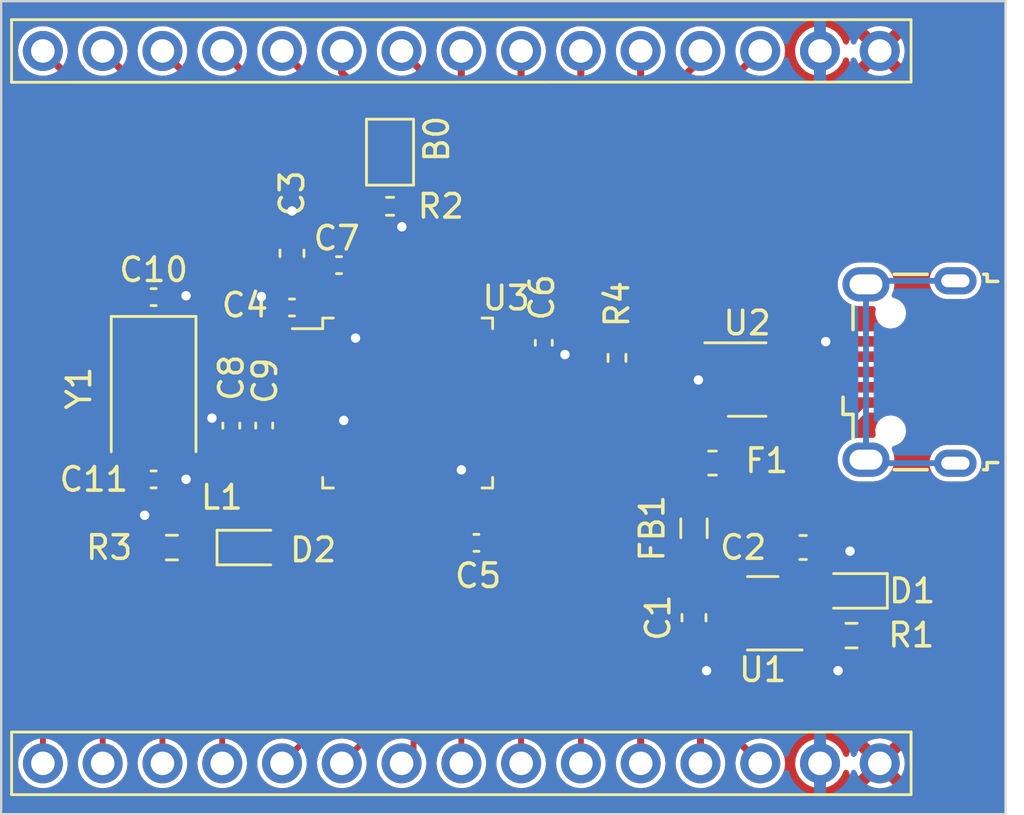
<source format=kicad_pcb>
(kicad_pcb (version 20211014) (generator pcbnew)
  (title_block (title "STM32F103") (rev "1.0") (company "Cristóbal Cuevas Lagos"))
  (layers (0 "F.Cu" signal) (31 "B.Cu" signal) (34 "B.Paste" user) (35 "F.Paste" user) (36 "B.SilkS" user "B.Silkscreen") (37 "F.SilkS" user "F.Silkscreen") (38 "B.Mask" user) (39 "F.Mask" user) (44 "Edge.Cuts" user))
  (net 0 "")
  (net 1 "VCC")
  (net 2 "GND")
  (net 3 "+3V3")
  (net 4 "+3.3VA")
  (net 5 "/HSE_OUT")
  (net 6 "/HSE_IN")
  (net 7 "/LED_GREEN")
  (net 8 "/LED_BLUE")
  (net 9 "/LED_STAT")
  (net 10 "+5V")
  (net 11 "USB_D-")
  (net 12 "USB_D+")
  (net 14 "unconnected-(J1-Pad6)")
  (net 15 "SWDIO")
  (net 16 "SWCLK")
  (net 17 "PA15")
  (net 18 "SW0")
  (net 19 "PB4")
  (net 20 "PB5")
  (net 21 "PB6")
  (net 22 "PB7")
  (net 23 "PB8")
  (net 24 "PB9")
  (net 25 "PC13")
  (net 26 "PC14")
  (net 27 "PC15")
  (net 28 "PA10")
  (net 29 "PA9")
  (net 30 "PA8")
  (net 31 "PB11")
  (net 32 "PB10")
  (net 33 "PB2")
  (net 34 "PB1")
  (net 35 "PB0")
  (net 36 "PA7")
  (net 37 "PA6")
  (net 38 "PA5")
  (net 39 "PA4")
  (net 40 "PA3")
  (net 41 "/BOOT0")
  (net 42 "USB_CONN_D-")
  (net 43 "USB_CONN_D+")
  (net 51 "Net-(F1-Pad2)")
  (footprint "Package_QFP:LQFP-48_7x7mm_P0.5mm" (layer "F.Cu") (at 138.066 100.0305)
    (fp_text reference "U3" (at 4.184 -4.4585) (layer "F.SilkS"))
    (fp_text value "STM32F103CBTx")
    (fp_line (start -3.61 -3.61) (end -3.61 -3.16) (layer "F.SilkS") (width 0.12))
    (fp_line (start -3.61 3.61) (end -3.61 3.16) (layer "F.SilkS") (width 0.12))
    (fp_line (start 3.61 -3.61) (end 3.61 -3.16) (layer "F.SilkS") (width 0.12))
    (fp_line (start -3.16 -3.61) (end -3.61 -3.61) (layer "F.SilkS") (width 0.12))
    (fp_line (start -3.16 3.61) (end -3.61 3.61) (layer "F.SilkS") (width 0.12))
    (fp_line (start 3.16 3.61) (end 3.61 3.61) (layer "F.SilkS") (width 0.12))
    (fp_line (start 3.16 -3.61) (end 3.61 -3.61) (layer "F.SilkS") (width 0.12))
    (fp_line (start 3.61 3.61) (end 3.61 3.16) (layer "F.SilkS") (width 0.12))
    (fp_line (start -3.61 -3.16) (end -4.9 -3.16) (layer "F.SilkS") (width 0.12))
    (pad "1" smd roundrect (at -4.1625 -2.75) (size 1.475 0.3) (layers "F.Cu" "F.Paste" "F.Mask") (net 3 "+3V3"))
    (pad "2" smd roundrect (at -4.1625 -2.25) (size 1.475 0.3) (layers "F.Cu" "F.Paste" "F.Mask") (net 25 "PC13"))
    (pad "3" smd roundrect (at -4.1625 -1.75) (size 1.475 0.3) (layers "F.Cu" "F.Paste" "F.Mask") (net 26 "PC14"))
    (pad "4" smd roundrect (at -4.1625 -1.25) (size 1.475 0.3) (layers "F.Cu" "F.Paste" "F.Mask") (net 27 "PC15"))
    (pad "5" smd roundrect (at -4.1625 -0.75) (size 1.475 0.3) (layers "F.Cu" "F.Paste" "F.Mask") (net 5 "/HSE_OUT"))
    (pad "6" smd roundrect (at -4.1625 -0.25) (size 1.475 0.3) (layers "F.Cu" "F.Paste" "F.Mask") (net 6 "/HSE_IN"))
    (pad "7" smd roundrect (at -4.1625 0.25) (size 1.475 0.3) (layers "F.Cu" "F.Paste" "F.Mask"))
    (pad "8" smd roundrect (at -4.1625 0.75) (size 1.475 0.3) (layers "F.Cu" "F.Paste" "F.Mask") (net 2 "GND"))
    (pad "9" smd roundrect (at -4.1625 1.25) (size 1.475 0.3) (layers "F.Cu" "F.Paste" "F.Mask") (net 4 "+3.3VA"))
    (pad "10" smd roundrect (at -4.1625 1.75) (size 1.475 0.3) (layers "F.Cu" "F.Paste" "F.Mask"))
    (pad "11" smd roundrect (at -4.1625 2.25) (size 1.475 0.3) (layers "F.Cu" "F.Paste" "F.Mask") (net 9 "/LED_STAT"))
    (pad "12" smd roundrect (at -4.1625 2.75) (size 1.475 0.3) (layers "F.Cu" "F.Paste" "F.Mask"))
    (pad "13" smd roundrect (at -2.75 4.1625) (size 0.3 1.475) (layers "F.Cu" "F.Paste" "F.Mask") (net 40 "PA3"))
    (pad "14" smd roundrect (at -2.25 4.1625) (size 0.3 1.475) (layers "F.Cu" "F.Paste" "F.Mask") (net 39 "PA4"))
    (pad "15" smd roundrect (at -1.75 4.1625) (size 0.3 1.475) (layers "F.Cu" "F.Paste" "F.Mask") (net 38 "PA5"))
    (pad "16" smd roundrect (at -1.25 4.1625) (size 0.3 1.475) (layers "F.Cu" "F.Paste" "F.Mask") (net 37 "PA6"))
    (pad "17" smd roundrect (at -0.75 4.1625) (size 0.3 1.475) (layers "F.Cu" "F.Paste" "F.Mask") (net 36 "PA7"))
    (pad "18" smd roundrect (at -0.25 4.1625) (size 0.3 1.475) (layers "F.Cu" "F.Paste" "F.Mask") (net 35 "PB0"))
    (pad "19" smd roundrect (at 0.25 4.1625) (size 0.3 1.475) (layers "F.Cu" "F.Paste" "F.Mask") (net 34 "PB1"))
    (pad "20" smd roundrect (at 0.75 4.1625) (size 0.3 1.475) (layers "F.Cu" "F.Paste" "F.Mask") (net 33 "PB2"))
    (pad "21" smd roundrect (at 1.25 4.1625) (size 0.3 1.475) (layers "F.Cu" "F.Paste" "F.Mask") (net 32 "PB10"))
    (pad "22" smd roundrect (at 1.75 4.1625) (size 0.3 1.475) (layers "F.Cu" "F.Paste" "F.Mask") (net 31 "PB11"))
    (pad "23" smd roundrect (at 2.25 4.1625) (size 0.3 1.475) (layers "F.Cu" "F.Paste" "F.Mask") (net 2 "GND"))
    (pad "24" smd roundrect (at 2.75 4.1625) (size 0.3 1.475) (layers "F.Cu" "F.Paste" "F.Mask") (net 3 "+3V3"))
    (pad "25" smd roundrect (at 4.1625 2.75) (size 1.475 0.3) (layers "F.Cu" "F.Paste" "F.Mask"))
    (pad "26" smd roundrect (at 4.1625 2.25) (size 1.475 0.3) (layers "F.Cu" "F.Paste" "F.Mask"))
    (pad "27" smd roundrect (at 4.1625 1.75) (size 1.475 0.3) (layers "F.Cu" "F.Paste" "F.Mask"))
    (pad "28" smd roundrect (at 4.1625 1.25) (size 1.475 0.3) (layers "F.Cu" "F.Paste" "F.Mask"))
    (pad "29" smd roundrect (at 4.1625 0.75) (size 1.475 0.3) (layers "F.Cu" "F.Paste" "F.Mask") (net 30 "PA8"))
    (pad "30" smd roundrect (at 4.1625 0.25) (size 1.475 0.3) (layers "F.Cu" "F.Paste" "F.Mask") (net 29 "PA9"))
    (pad "31" smd roundrect (at 4.1625 -0.25) (size 1.475 0.3) (layers "F.Cu" "F.Paste" "F.Mask") (net 28 "PA10"))
    (pad "32" smd roundrect (at 4.1625 -0.75) (size 1.475 0.3) (layers "F.Cu" "F.Paste" "F.Mask") (net 11 "USB_D-"))
    (pad "33" smd roundrect (at 4.1625 -1.25) (size 1.475 0.3) (layers "F.Cu" "F.Paste" "F.Mask") (net 12 "USB_D+"))
    (pad "34" smd roundrect (at 4.1625 -1.75) (size 1.475 0.3) (layers "F.Cu" "F.Paste" "F.Mask") (net 15 "SWDIO"))
    (pad "35" smd roundrect (at 4.1625 -2.25) (size 1.475 0.3) (layers "F.Cu" "F.Paste" "F.Mask") (net 2 "GND"))
    (pad "36" smd roundrect (at 4.1625 -2.75) (size 1.475 0.3) (layers "F.Cu" "F.Paste" "F.Mask") (net 3 "+3V3"))
    (pad "37" smd roundrect (at 2.75 -4.1625) (size 0.3 1.475) (layers "F.Cu" "F.Paste" "F.Mask") (net 16 "SWCLK"))
    (pad "38" smd roundrect (at 2.25 -4.1625) (size 0.3 1.475) (layers "F.Cu" "F.Paste" "F.Mask") (net 17 "PA15"))
    (pad "39" smd roundrect (at 1.75 -4.1625) (size 0.3 1.475) (layers "F.Cu" "F.Paste" "F.Mask") (net 18 "SW0"))
    (pad "40" smd roundrect (at 1.25 -4.1625) (size 0.3 1.475) (layers "F.Cu" "F.Paste" "F.Mask") (net 19 "PB4"))
    (pad "41" smd roundrect (at 0.75 -4.1625) (size 0.3 1.475) (layers "F.Cu" "F.Paste" "F.Mask") (net 20 "PB5"))
    (pad "42" smd roundrect (at 0.25 -4.1625) (size 0.3 1.475) (layers "F.Cu" "F.Paste" "F.Mask") (net 21 "PB6"))
    (pad "43" smd roundrect (at -0.25 -4.1625) (size 0.3 1.475) (layers "F.Cu" "F.Paste" "F.Mask") (net 22 "PB7"))
    (pad "44" smd roundrect (at -0.75 -4.1625) (size 0.3 1.475) (layers "F.Cu" "F.Paste" "F.Mask") (net 41 "/BOOT0"))
    (pad "45" smd roundrect (at -1.25 -4.1625) (size 0.3 1.475) (layers "F.Cu" "F.Paste" "F.Mask") (net 23 "PB8"))
    (pad "46" smd roundrect (at -1.75 -4.1625) (size 0.3 1.475) (layers "F.Cu" "F.Paste" "F.Mask") (net 24 "PB9"))
    (pad "47" smd roundrect (at -2.25 -4.1625) (size 0.3 1.475) (layers "F.Cu" "F.Paste" "F.Mask") (net 2 "GND"))
    (pad "48" smd roundrect (at -2.75 -4.1625) (size 0.3 1.475) (layers "F.Cu" "F.Paste" "F.Mask") (net 3 "+3V3"))
  )
  (footprint "LED_SMD:LED_0603_1608Metric" (layer "F.Cu") (at 131.45 106.172)
    (fp_text reference "D2" (at 2.6 0.1) (layer "F.SilkS"))
    (fp_text value "BLUE")
    (fp_line (start -1.485 -0.735) (end -1.485 0.735) (layer "F.SilkS") (width 0.12))
    (fp_line (start -1.485 0.735) (end 0.8 0.735) (layer "F.SilkS") (width 0.12))
    (fp_line (start 0.8 -0.735) (end -1.485 -0.735) (layer "F.SilkS") (width 0.12))
    (pad "1" smd roundrect (at -0.7875 0) (size 0.875 0.95) (layers "F.Cu" "F.Paste" "F.Mask") (net 8 "/LED_BLUE"))
    (pad "2" smd roundrect (at 0.7875 0) (size 0.875 0.95) (layers "F.Cu" "F.Paste" "F.Mask") (net 9 "/LED_STAT"))
  )
  (footprint "Resistor_SMD:R_0402_1005Metric" (layer "F.Cu") (at 146.96 98.112 -90)
    (fp_text reference "R4" (at -2.286 0 90) (layer "F.SilkS"))
    (fp_text value "1k5")
    (fp_line (start -0.153641 -0.38) (end 0.153641 -0.38) (layer "F.SilkS") (width 0.12))
    (fp_line (start -0.153641 0.38) (end 0.153641 0.38) (layer "F.SilkS") (width 0.12))
    (pad "1" smd roundrect (at -0.51 0 270) (size 0.54 0.64) (layers "F.Cu" "F.Paste" "F.Mask") (net 3 "+3V3"))
    (pad "2" smd roundrect (at 0.51 0 270) (size 0.54 0.64) (layers "F.Cu" "F.Paste" "F.Mask") (net 12 "USB_D+"))
  )
  (footprint "Connector_PinHeader_2.54mm:PinHeader_1x15_P2.54mm_Vertical" (layer "F.Cu") (at 158.125 85.072 -90)
    (fp_text reference "J2" hide)
    (fp_text value "Conn_01x15")
    (fp_line (start -1.33 -1.33) (end 1.32 -1.33) (layer "F.SilkS") (width 0.12))
    (fp_line (start -1.33 1.27) (end -1.33 -1.33) (layer "F.SilkS") (width 0.12))
    (fp_line (start 1.32 -1.33) (end 1.33 36.89) (layer "F.SilkS") (width 0.12))
    (fp_line (start -1.33 36.89) (end 1.33 36.89) (layer "F.SilkS") (width 0.12))
    (fp_line (start -1.33 1.27) (end -1.33 36.89) (layer "F.SilkS") (width 0.12))
    (pad "1" thru_hole circle (at 0 0 270) (size 1.7 1.7) (drill 1) (layers *.Cu *.Mask) (net 3 "+3V3"))
    (pad "2" thru_hole oval (at 0 2.54 270) (size 1.7 1.7) (drill 1) (layers *.Cu *.Mask) (net 2 "GND"))
    (pad "3" thru_hole oval (at 0 5.08 270) (size 1.7 1.7) (drill 1) (layers *.Cu *.Mask) (net 15 "SWDIO"))
    (pad "4" thru_hole oval (at 0 7.62 270) (size 1.7 1.7) (drill 1) (layers *.Cu *.Mask) (net 16 "SWCLK"))
    (pad "5" thru_hole oval (at 0 10.16 270) (size 1.7 1.7) (drill 1) (layers *.Cu *.Mask) (net 17 "PA15"))
    (pad "6" thru_hole oval (at 0 12.7 270) (size 1.7 1.7) (drill 1) (layers *.Cu *.Mask) (net 18 "SW0"))
    (pad "7" thru_hole oval (at 0 15.24 270) (size 1.7 1.7) (drill 1) (layers *.Cu *.Mask) (net 19 "PB4"))
    (pad "8" thru_hole oval (at 0 17.78 270) (size 1.7 1.7) (drill 1) (layers *.Cu *.Mask) (net 20 "PB5"))
    (pad "9" thru_hole oval (at 0 20.32 270) (size 1.7 1.7) (drill 1) (layers *.Cu *.Mask) (net 21 "PB6"))
    (pad "10" thru_hole oval (at 0 22.86 270) (size 1.7 1.7) (drill 1) (layers *.Cu *.Mask) (net 22 "PB7"))
    (pad "11" thru_hole oval (at 0 25.4 270) (size 1.7 1.7) (drill 1) (layers *.Cu *.Mask) (net 23 "PB8"))
    (pad "12" thru_hole oval (at 0 27.94 270) (size 1.7 1.7) (drill 1) (layers *.Cu *.Mask) (net 24 "PB9"))
    (pad "13" thru_hole oval (at 0 30.48 270) (size 1.7 1.7) (drill 1) (layers *.Cu *.Mask) (net 25 "PC13"))
    (pad "14" thru_hole oval (at 0 33.02 270) (size 1.7 1.7) (drill 1) (layers *.Cu *.Mask) (net 26 "PC14"))
    (pad "15" thru_hole oval (at 0 35.56 270) (size 1.7 1.7) (drill 1) (layers *.Cu *.Mask) (net 27 "PC15"))
  )
  (footprint "Capacitor_SMD:C_0402_1005Metric" (layer "F.Cu") (at 127.271 103.276)
    (fp_text reference "C11" (at -2.54 0) (layer "F.SilkS"))
    (fp_text value "30p")
    (fp_line (start -0.107836 -0.36) (end 0.107836 -0.36) (layer "F.SilkS") (width 0.12))
    (fp_line (start -0.107836 0.36) (end 0.107836 0.36) (layer "F.SilkS") (width 0.12))
    (pad "1" smd roundrect (at -0.48 0) (size 0.56 0.62) (layers "F.Cu" "F.Paste" "F.Mask") (net 6 "/HSE_IN"))
    (pad "2" smd roundrect (at 0.48 0) (size 0.56 0.62) (layers "F.Cu" "F.Paste" "F.Mask") (net 2 "GND"))
  )
  (footprint "Capacitor_SMD:C_0402_1005Metric" (layer "F.Cu") (at 131.97 100.99 90)
    (fp_text reference "C9" (at 1.905 0.028 90) (layer "F.SilkS"))
    (fp_text value "100n")
    (fp_line (start -0.107836 -0.36) (end 0.107836 -0.36) (layer "F.SilkS") (width 0.12))
    (fp_line (start -0.107836 0.36) (end 0.107836 0.36) (layer "F.SilkS") (width 0.12))
    (pad "1" smd roundrect (at -0.48 0 90) (size 0.56 0.62) (layers "F.Cu" "F.Paste" "F.Mask") (net 4 "+3.3VA"))
    (pad "2" smd roundrect (at 0.48 0 90) (size 0.56 0.62) (layers "F.Cu" "F.Paste" "F.Mask") (net 2 "GND"))
  )
  (footprint "Package_TO_SOT_SMD:SOT-23-6" (layer "F.Cu") (at 152.49 99.032)
    (fp_text reference "U2" (at 0 -2.4) (layer "F.SilkS"))
    (fp_text value "USBLC6-2SC6")
    (fp_line (start 0 -1.56) (end 0.8 -1.56) (layer "F.SilkS") (width 0.12))
    (fp_line (start 0 1.56) (end 0.8 1.56) (layer "F.SilkS") (width 0.12))
    (fp_line (start 0 1.56) (end -0.8 1.56) (layer "F.SilkS") (width 0.12))
    (fp_line (start 0 -1.56) (end -1.8 -1.56) (layer "F.SilkS") (width 0.12))
    (pad "1" smd rect (at -1.1375 -0.95) (size 1.325 0.6) (layers "F.Cu" "F.Paste" "F.Mask") (net 12 "USB_D+"))
    (pad "2" smd rect (at -1.1375 0) (size 1.325 0.6) (layers "F.Cu" "F.Paste" "F.Mask") (net 2 "GND"))
    (pad "3" smd rect (at -1.1375 0.95) (size 1.325 0.6) (layers "F.Cu" "F.Paste" "F.Mask") (net 11 "USB_D-"))
    (pad "4" smd rect (at 1.1375 0.95) (size 1.325 0.6) (layers "F.Cu" "F.Paste" "F.Mask") (net 42 "USB_CONN_D-"))
    (pad "5" smd rect (at 1.1375 0) (size 1.325 0.6) (layers "F.Cu" "F.Paste" "F.Mask") (net 10 "+5V"))
    (pad "6" smd rect (at 1.1375 -0.95) (size 1.325 0.6) (layers "F.Cu" "F.Paste" "F.Mask") (net 43 "USB_CONN_D+"))
  )
  (footprint "Capacitor_SMD:C_0402_1005Metric" (layer "F.Cu") (at 130.573 100.99 90)
    (fp_text reference "C8" (at 2.032 0 90) (layer "F.SilkS"))
    (fp_text value "1u")
    (fp_line (start -0.107836 0.36) (end 0.107836 0.36) (layer "F.SilkS") (width 0.12))
    (fp_line (start -0.107836 -0.36) (end 0.107836 -0.36) (layer "F.SilkS") (width 0.12))
    (pad "1" smd roundrect (at -0.48 0 90) (size 0.56 0.62) (layers "F.Cu" "F.Paste" "F.Mask") (net 4 "+3.3VA"))
    (pad "2" smd roundrect (at 0.48 0 90) (size 0.56 0.62) (layers "F.Cu" "F.Paste" "F.Mask") (net 2 "GND"))
  )
  (footprint "Resistor_SMD:R_0603_1608Metric" (layer "F.Cu") (at 128.05 106.172 180)
    (fp_text reference "R3" (at 2.667 0) (layer "F.SilkS"))
    (fp_text value "1k5")
    (fp_line (start -0.237258 0.5225) (end 0.237258 0.5225) (layer "F.SilkS") (width 0.12))
    (fp_line (start -0.237258 -0.5225) (end 0.237258 -0.5225) (layer "F.SilkS") (width 0.12))
    (pad "1" smd roundrect (at -0.825 0 180) (size 0.8 0.95) (layers "F.Cu" "F.Paste" "F.Mask") (net 8 "/LED_BLUE"))
    (pad "2" smd roundrect (at 0.825 0 180) (size 0.8 0.95) (layers "F.Cu" "F.Paste" "F.Mask") (net 2 "GND"))
  )
  (footprint "Connector_USB:USB_Micro-B_Wuerth_629105150521" (layer "F.Cu") (at 159.39 98.712 90)
    (fp_text reference "J1" hide)
    (fp_text value "USB_B_Micro")
    (fp_line (start -1.8 -2.4) (end -2.8 -2.4) (layer "F.SilkS") (width 0.15))
    (fp_line (start 3.85 3.3) (end 4.15 3.3) (layer "F.SilkS") (width 0.15))
    (fp_line (start 4.15 3.3) (end 4.15 3.15) (layer "F.SilkS") (width 0.15))
    (fp_line (start 4.15 0.75) (end 4.15 -0.65) (layer "F.SilkS") (width 0.15))
    (fp_line (start -1.8 -2.825) (end -1.8 -2.4) (layer "F.SilkS") (width 0.15))
    (fp_line (start -1.075 -2.825) (end -1.8 -2.825) (layer "F.SilkS") (width 0.15))
    (fp_line (start -4.15 3.3) (end -3.85 3.3) (layer "F.SilkS") (width 0.15))
    (fp_line (start 1.8 -2.4) (end 2.8 -2.4) (layer "F.SilkS") (width 0.15))
    (fp_line (start -3.85 3.3) (end -3.85 3.75) (layer "F.SilkS") (width 0.15))
    (fp_line (start -4.15 -0.65) (end -4.15 0.75) (layer "F.SilkS") (width 0.15))
    (fp_line (start -4.15 3.15) (end -4.15 3.3) (layer "F.SilkS") (width 0.15))
    (fp_line (start 3.85 3.75) (end 3.85 3.3) (layer "F.SilkS") (width 0.15))
    (pad "" np_thru_hole oval (at -2.5 -0.8 90) (size 0.8 0.8) (drill 0.8) (layers *.Cu *.Mask))
    (pad "" np_thru_hole oval (at 2.5 -0.8 90) (size 0.8 0.8) (drill 0.8) (layers *.Cu *.Mask))
    (pad "1" smd rect (at -1.3 -1.9 90) (size 0.45 1.3) (layers "F.Cu" "F.Paste" "F.Mask") (net 10 "+5V"))
    (pad "2" smd rect (at -0.65 -1.9 90) (size 0.45 1.3) (layers "F.Cu" "F.Paste" "F.Mask") (net 42 "USB_CONN_D-"))
    (pad "3" smd rect (at 0 -1.9 90) (size 0.45 1.3) (layers "F.Cu" "F.Paste" "F.Mask") (net 43 "USB_CONN_D+"))
    (pad "4" smd rect (at 0.65 -1.9 90) (size 0.45 1.3) (layers "F.Cu" "F.Paste" "F.Mask"))
    (pad "5" smd rect (at 1.3 -1.9 90) (size 0.45 1.3) (layers "F.Cu" "F.Paste" "F.Mask") (net 2 "GND"))
    (pad "6" thru_hole oval (at -3.725 -1.85 90) (size 1.45 2) (drill oval 0.85 1.4) (layers *.Cu *.Mask) (net 14 "unconnected-(J1-Pad6)"))
    (pad "6" thru_hole oval (at -3.875 1.95 90) (size 1.15 1.8) (drill oval 0.55 1.2) (layers *.Cu *.Mask) (net 14 "unconnected-(J1-Pad6)"))
    (pad "6" thru_hole oval (at 3.875 1.95 90) (size 1.15 1.8) (drill oval 0.55 1.2) (layers *.Cu *.Mask) (net 14 "unconnected-(J1-Pad6)"))
    (pad "6" thru_hole oval (at 3.725 -1.85 90) (size 1.45 2) (drill oval 0.85 1.4) (layers *.Cu *.Mask) (net 14 "unconnected-(J1-Pad6)"))
  )
  (footprint "Capacitor_SMD:C_0402_1005Metric" (layer "F.Cu") (at 140.987 105.972 180)
    (fp_text reference "C5" (at -0.072 -1.397) (layer "F.SilkS"))
    (fp_text value "100n")
    (fp_line (start -0.107836 -0.36) (end 0.107836 -0.36) (layer "F.SilkS") (width 0.12))
    (fp_line (start -0.107836 0.36) (end 0.107836 0.36) (layer "F.SilkS") (width 0.12))
    (pad "1" smd roundrect (at -0.48 0 180) (size 0.56 0.62) (layers "F.Cu" "F.Paste" "F.Mask") (net 3 "+3V3"))
    (pad "2" smd roundrect (at 0.48 0 180) (size 0.56 0.62) (layers "F.Cu" "F.Paste" "F.Mask") (net 2 "GND"))
  )
  (footprint "Capacitor_SMD:C_0402_1005Metric" (layer "F.Cu") (at 135.15 94.172)
    (fp_text reference "C7" (at -0.1 -1.143) (layer "F.SilkS"))
    (fp_text value "100n")
    (fp_line (start -0.107836 -0.36) (end 0.107836 -0.36) (layer "F.SilkS") (width 0.12))
    (fp_line (start -0.107836 0.36) (end 0.107836 0.36) (layer "F.SilkS") (width 0.12))
    (pad "1" smd roundrect (at -0.48 0) (size 0.56 0.62) (layers "F.Cu" "F.Paste" "F.Mask") (net 3 "+3V3"))
    (pad "2" smd roundrect (at 0.48 0) (size 0.56 0.62) (layers "F.Cu" "F.Paste" "F.Mask") (net 2 "GND"))
  )
  (footprint "Capacitor_SMD:C_0402_1005Metric" (layer "F.Cu") (at 133.15 95.972 180)
    (fp_text reference "C4" (at 2 0.1) (layer "F.SilkS"))
    (fp_text value "100n")
    (fp_line (start -0.107836 0.36) (end 0.107836 0.36) (layer "F.SilkS") (width 0.12))
    (fp_line (start -0.107836 -0.36) (end 0.107836 -0.36) (layer "F.SilkS") (width 0.12))
    (pad "1" smd roundrect (at -0.48 0 180) (size 0.56 0.62) (layers "F.Cu" "F.Paste" "F.Mask") (net 3 "+3V3"))
    (pad "2" smd roundrect (at 0.48 0 180) (size 0.56 0.62) (layers "F.Cu" "F.Paste" "F.Mask") (net 2 "GND"))
  )
  (footprint "Connector_PinHeader_2.54mm:PinHeader_1x15_P2.54mm_Vertical" (layer "F.Cu") (at 158.127 115.341 -90)
    (fp_text reference "J3" hide)
    (fp_text value "Conn_01x15")
    (fp_line (start -1.33 -1.33) (end 0 -1.33) (layer "F.SilkS") (width 0.12))
    (fp_line (start -1.33 -1.33) (end -1.33 36.89) (layer "F.SilkS") (width 0.12))
    (fp_line (start 1.33 -1.33) (end 1.33 36.89) (layer "F.SilkS") (width 0.12))
    (fp_line (start -1.33 36.89) (end 1.33 36.89) (layer "F.SilkS") (width 0.12))
    (fp_line (start -1.33 -1.33) (end 1.33 -1.33) (layer "F.SilkS") (width 0.12))
    (pad "1" thru_hole circle (at 0 0 270) (size 1.7 1.7) (drill 1) (layers *.Cu *.Mask) (net 3 "+3V3"))
    (pad "2" thru_hole oval (at 0 2.54 270) (size 1.7 1.7) (drill 1) (layers *.Cu *.Mask) (net 2 "GND"))
    (pad "3" thru_hole oval (at 0 5.08 270) (size 1.7 1.7) (drill 1) (layers *.Cu *.Mask) (net 28 "PA10"))
    (pad "4" thru_hole oval (at 0 7.62 270) (size 1.7 1.7) (drill 1) (layers *.Cu *.Mask) (net 29 "PA9"))
    (pad "5" thru_hole oval (at 0 10.16 270) (size 1.7 1.7) (drill 1) (layers *.Cu *.Mask) (net 30 "PA8"))
    (pad "6" thru_hole oval (at 0 12.7 270) (size 1.7 1.7) (drill 1) (layers *.Cu *.Mask) (net 31 "PB11"))
    (pad "7" thru_hole oval (at 0 15.24 270) (size 1.7 1.7) (drill 1) (layers *.Cu *.Mask) (net 32 "PB10"))
    (pad "8" thru_hole oval (at 0 17.78 270) (size 1.7 1.7) (drill 1) (layers *.Cu *.Mask) (net 33 "PB2"))
    (pad "9" thru_hole oval (at 0 20.32 270) (size 1.7 1.7) (drill 1) (layers *.Cu *.Mask) (net 34 "PB1"))
    (pad "10" thru_hole oval (at 0 22.86 270) (size 1.7 1.7) (drill 1) (layers *.Cu *.Mask) (net 35 "PB0"))
    (pad "11" thru_hole oval (at 0 25.4 270) (size 1.7 1.7) (drill 1) (layers *.Cu *.Mask) (net 36 "PA7"))
    (pad "12" thru_hole oval (at 0 27.94 270) (size 1.7 1.7) (drill 1) (layers *.Cu *.Mask) (net 37 "PA6"))
    (pad "13" thru_hole oval (at 0 30.48 270) (size 1.7 1.7) (drill 1) (layers *.Cu *.Mask) (net 38 "PA5"))
    (pad "14" thru_hole oval (at 0 33.02 270) (size 1.7 1.7) (drill 1) (layers *.Cu *.Mask) (net 39 "PA4"))
    (pad "15" thru_hole oval (at 0 35.56 270) (size 1.7 1.7) (drill 1) (layers *.Cu *.Mask) (net 40 "PA3"))
  )
  (footprint "Capacitor_SMD:C_0603_1608Metric" (layer "F.Cu") (at 150.2315 109.152 -90)
    (fp_text reference "C1" (at 0 1.524 -270) (layer "F.SilkS"))
    (fp_text value "10u")
    (fp_line (start -0.14058 -0.51) (end 0.14058 -0.51) (layer "F.SilkS") (width 0.12))
    (fp_line (start -0.14058 0.51) (end 0.14058 0.51) (layer "F.SilkS") (width 0.12))
    (pad "1" smd roundrect (at -0.775 0 270) (size 0.9 0.95) (layers "F.Cu" "F.Paste" "F.Mask") (net 1 "VCC"))
    (pad "2" smd roundrect (at 0.775 0 270) (size 0.9 0.95) (layers "F.Cu" "F.Paste" "F.Mask") (net 2 "GND"))
  )
  (footprint "Resistor_SMD:R_0402_1005Metric" (layer "F.Cu") (at 137.316 91.672)
    (fp_text reference "R2" (at 2.159 0) (layer "F.SilkS"))
    (fp_text value "10k")
    (fp_line (start -0.153641 0.38) (end 0.153641 0.38) (layer "F.SilkS") (width 0.12))
    (fp_line (start -0.153641 -0.38) (end 0.153641 -0.38) (layer "F.SilkS") (width 0.12))
    (pad "1" smd roundrect (at -0.51 0) (size 0.54 0.64) (layers "F.Cu" "F.Paste" "F.Mask") (net 41 "/BOOT0"))
    (pad "2" smd roundrect (at 0.51 0) (size 0.54 0.64) (layers "F.Cu" "F.Paste" "F.Mask") (net 2 "GND"))
  )
  (footprint "Capacitor_SMD:C_0402_1005Metric" (layer "F.Cu") (at 143.85 97.472 -90)
    (fp_text reference "C6" (at -1.9285 0.085 90) (layer "F.SilkS"))
    (fp_text value "100n")
    (fp_line (start -0.107836 -0.36) (end 0.107836 -0.36) (layer "F.SilkS") (width 0.12))
    (fp_line (start -0.107836 0.36) (end 0.107836 0.36) (layer "F.SilkS") (width 0.12))
    (pad "1" smd roundrect (at -0.48 0 270) (size 0.56 0.62) (layers "F.Cu" "F.Paste" "F.Mask") (net 3 "+3V3"))
    (pad "2" smd roundrect (at 0.48 0 270) (size 0.56 0.62) (layers "F.Cu" "F.Paste" "F.Mask") (net 2 "GND"))
  )
  (footprint "Fuse:Fuse_0603_1608Metric" (layer "F.Cu") (at 151.02 102.582 180)
    (fp_text reference "F1" (at -2.3 0.1) (layer "F.SilkS"))
    (fp_text value "100mA")
    (fp_line (start -0.162779 0.51) (end 0.162779 0.51) (layer "F.SilkS") (width 0.12))
    (fp_line (start -0.162779 -0.51) (end 0.162779 -0.51) (layer "F.SilkS") (width 0.12))
    (pad "1" smd roundrect (at -0.7875 0 180) (size 0.875 0.95) (layers "F.Cu" "F.Paste" "F.Mask") (net 10 "+5V"))
    (pad "2" smd roundrect (at 0.7875 0 180) (size 0.875 0.95) (layers "F.Cu" "F.Paste" "F.Mask") (net 51 "Net-(F1-Pad2)"))
  )
  (footprint "Resistor_SMD:R_0603_1608Metric" (layer "F.Cu") (at 156.925 109.913 180)
    (fp_text reference "R1" (at -2.54 0.02 180) (layer "F.SilkS"))
    (fp_text value "1k5")
    (fp_line (start -0.237258 0.5225) (end 0.237258 0.5225) (layer "F.SilkS") (width 0.12))
    (fp_line (start -0.237258 -0.5225) (end 0.237258 -0.5225) (layer "F.SilkS") (width 0.12))
    (pad "1" smd roundrect (at -0.825 0 180) (size 0.8 0.95) (layers "F.Cu" "F.Paste" "F.Mask") (net 7 "/LED_GREEN"))
    (pad "2" smd roundrect (at 0.825 0 180) (size 0.8 0.95) (layers "F.Cu" "F.Paste" "F.Mask") (net 2 "GND"))
  )
  (footprint "Crystal:Crystal_SMD_5032-2Pin_5.0x3.2mm" (layer "F.Cu") (at 127.271 99.4025 -90)
    (fp_text reference "Y1" (at 0 3.175 90) (layer "F.SilkS"))
    (fp_text value "8MHz")
    (fp_line (start -3.05 -1.8) (end -3.05 1.8) (layer "F.SilkS") (width 0.12))
    (fp_line (start 2.7 -1.8) (end -3.05 -1.8) (layer "F.SilkS") (width 0.12))
    (fp_line (start -3.05 1.8) (end 2.7 1.8) (layer "F.SilkS") (width 0.12))
    (pad "1" smd rect (at -1.85 0 270) (size 2 2.4) (layers "F.Cu" "F.Paste" "F.Mask") (net 5 "/HSE_OUT"))
    (pad "2" smd rect (at 1.85 0 270) (size 2 2.4) (layers "F.Cu" "F.Paste" "F.Mask") (net 6 "/HSE_IN"))
  )
  (footprint "Inductor_SMD:L_0402_1005Metric" (layer "F.Cu") (at 131.058 102.768 180)
    (fp_text reference "L1" (at 0.889 -1.27) (layer "F.SilkS"))
    (fp_text value "27N")
    (pad "1" smd roundrect (at -0.485 0 180) (size 0.59 0.64) (layers "F.Cu" "F.Paste" "F.Mask") (net 3 "+3V3"))
    (pad "2" smd roundrect (at 0.485 0 180) (size 0.59 0.64) (layers "F.Cu" "F.Paste" "F.Mask") (net 4 "+3.3VA"))
  )
  (footprint "Package_TO_SOT_SMD:SOT-23" (layer "F.Cu") (at 153.1525 108.963 180)
    (fp_text reference "U1" (at 0 -2.4 180) (layer "F.SilkS"))
    (fp_text value "XC6206PxxxMR")
    (fp_line (start 0 -1.56) (end -1.675 -1.56) (layer "F.SilkS") (width 0.12))
    (fp_line (start 0 1.56) (end 0.65 1.56) (layer "F.SilkS") (width 0.12))
    (fp_line (start 0 -1.56) (end 0.65 -1.56) (layer "F.SilkS") (width 0.12))
    (fp_line (start 0 1.56) (end -0.65 1.56) (layer "F.SilkS") (width 0.12))
    (pad "1" smd roundrect (at -0.9375 -0.95 180) (size 1.475 0.6) (layers "F.Cu" "F.Paste" "F.Mask") (net 2 "GND"))
    (pad "2" smd roundrect (at -0.9375 0.95 180) (size 1.475 0.6) (layers "F.Cu" "F.Paste" "F.Mask") (net 3 "+3V3"))
    (pad "3" smd roundrect (at 0.9375 0 180) (size 1.475 0.6) (layers "F.Cu" "F.Paste" "F.Mask") (net 1 "VCC"))
  )
  (footprint "LED_SMD:LED_0603_1608Metric" (layer "F.Cu") (at 156.9625 108.013 180)
    (fp_text reference "D1" (at -2.54 0 180) (layer "F.SilkS"))
    (fp_text value "GREEN")
    (fp_line (start -1.485 0.735) (end 0.8 0.735) (layer "F.SilkS") (width 0.12))
    (fp_line (start 0.8 -0.735) (end -1.485 -0.735) (layer "F.SilkS") (width 0.12))
    (fp_line (start -1.485 -0.735) (end -1.485 0.735) (layer "F.SilkS") (width 0.12))
    (pad "1" smd roundrect (at -0.7875 0 180) (size 0.875 0.95) (layers "F.Cu" "F.Paste" "F.Mask") (net 7 "/LED_GREEN"))
    (pad "2" smd roundrect (at 0.7875 0 180) (size 0.875 0.95) (layers "F.Cu" "F.Paste" "F.Mask") (net 3 "+3V3"))
  )
  (footprint "Jumper:SolderJumper-2_P1.3mm_Open_Pad1.0x1.5mm" (layer "F.Cu") (at 137.316 89.372 90)
    (fp_text reference "B0" (at 0.558 1.984 90) (layer "F.SilkS"))
    (fp_text value "SolderJumper_2_Open")
    (fp_line (start 1.4 1) (end -1.4 1) (layer "F.SilkS") (width 0.12))
    (fp_line (start 1.4 -1) (end 1.4 1) (layer "F.SilkS") (width 0.12))
    (fp_line (start -1.4 -1) (end 1.4 -1) (layer "F.SilkS") (width 0.12))
    (fp_line (start -1.4 1) (end -1.4 -1) (layer "F.SilkS") (width 0.12))
    (pad "1" smd rect (at -0.65 0 90) (size 1 1.5) (layers "F.Cu" "F.Mask") (net 41 "/BOOT0"))
    (pad "2" smd rect (at 0.65 0 90) (size 1 1.5) (layers "F.Cu" "F.Mask") (net 3 "+3V3"))
  )
  (footprint "Inductor_SMD:L_0805_2012Metric" (layer "F.Cu") (at 150.2315 105.352 -90)
    (fp_text reference "FB1" (at 0 1.778 -90) (layer "F.SilkS"))
    (fp_text value "100R @ 100 MHz")
    (fp_line (start -0.399622 -0.56) (end 0.399622 -0.56) (layer "F.SilkS") (width 0.12))
    (fp_line (start -0.399622 0.56) (end 0.399622 0.56) (layer "F.SilkS") (width 0.12))
    (pad "1" smd roundrect (at -1.0625 0 270) (size 0.875 1.2) (layers "F.Cu" "F.Paste" "F.Mask") (net 51 "Net-(F1-Pad2)"))
    (pad "2" smd roundrect (at 1.0625 0 270) (size 0.875 1.2) (layers "F.Cu" "F.Paste" "F.Mask") (net 1 "VCC"))
  )
  (footprint "Capacitor_SMD:C_0603_1608Metric" (layer "F.Cu") (at 154.865 106.169)
    (fp_text reference "C2" (at -2.54 0) (layer "F.SilkS"))
    (fp_text value "10u")
    (fp_line (start -0.14058 -0.51) (end 0.14058 -0.51) (layer "F.SilkS") (width 0.12))
    (fp_line (start -0.14058 0.51) (end 0.14058 0.51) (layer "F.SilkS") (width 0.12))
    (pad "1" smd roundrect (at -0.775 0) (size 0.9 0.95) (layers "F.Cu" "F.Paste" "F.Mask") (net 3 "+3V3"))
    (pad "2" smd roundrect (at 0.775 0) (size 0.9 0.95) (layers "F.Cu" "F.Paste" "F.Mask") (net 2 "GND"))
  )
  (footprint "Capacitor_SMD:C_0603_1608Metric" (layer "F.Cu") (at 133.15 93.672 90)
    (fp_text reference "C3" (at 2.54 0 90) (layer "F.SilkS"))
    (fp_text value "4u7")
    (fp_line (start -0.14058 0.51) (end 0.14058 0.51) (layer "F.SilkS") (width 0.12))
    (fp_line (start -0.14058 -0.51) (end 0.14058 -0.51) (layer "F.SilkS") (width 0.12))
    (pad "1" smd roundrect (at -0.775 0 90) (size 0.9 0.95) (layers "F.Cu" "F.Paste" "F.Mask") (net 3 "+3V3"))
    (pad "2" smd roundrect (at 0.775 0 90) (size 0.9 0.95) (layers "F.Cu" "F.Paste" "F.Mask") (net 2 "GND"))
  )
  (footprint "Capacitor_SMD:C_0402_1005Metric" (layer "F.Cu") (at 127.271 95.529)
    (fp_text reference "C10" (at 0 -1.16) (layer "F.SilkS"))
    (fp_text value "30p")
    (fp_line (start -0.107836 0.36) (end 0.107836 0.36) (layer "F.SilkS") (width 0.12))
    (fp_line (start -0.107836 -0.36) (end 0.107836 -0.36) (layer "F.SilkS") (width 0.12))
    (pad "1" smd roundrect (at -0.48 0) (size 0.56 0.62) (layers "F.Cu" "F.Paste" "F.Mask") (net 5 "/HSE_OUT"))
    (pad "2" smd roundrect (at 0.48 0) (size 0.56 0.62) (layers "F.Cu" "F.Paste" "F.Mask") (net 2 "GND"))
  )
  (gr_rect (start 120.794 82.956) (end 163.466 117.5) (layer "Edge.Cuts") (width 0.1) (fill none))
  (segment (start 150.2315 108.377) (end 150.2315 106.4145) (width 0.599948) (layer "F.Cu") (net 1))
  (segment (start 150.8175 108.963) (end 150.2315 108.377) (width 0.599948) (layer "F.Cu") (net 1))
  (segment (start 152.215 108.963) (end 150.8175 108.963) (width 0.599948) (layer "F.Cu") (net 1))
  (segment (start 150.2315 110.8695) (end 150.766 111.404) (width 0.25) (layer "F.Cu") (net 2))
  (segment (start 143.85 97.952) (end 144.73 97.952) (width 0.299974) (layer "F.Cu") (net 2))
  (segment (start 135.816 97.238) (end 135.85 97.272) (width 0.25) (layer "F.Cu") (net 2))
  (segment (start 150.2315 109.927) (end 150.2315 110.8695) (width 0.25) (layer "F.Cu") (net 2))
  (segment (start 137.826 91.672) (end 137.826 92.536064) (width 0.299974) (layer "F.Cu") (net 2))
  (segment (start 144.73 97.952) (end 144.75 97.972) (width 0.299974) (layer "F.Cu") (net 2))
  (segment (start 140.507 105.972) (end 140.316 105.781) (width 0.299974) (layer "F.Cu") (net 2))
  (segment (start 154.09 109.913) (end 156.1 109.913) (width 0.25) (layer "F.Cu") (net 2))
  (segment (start 135.816 94.358) (end 135.816 95.868) (width 0.299974) (layer "F.Cu") (net 2))
  (segment (start 135.3415 100.7805) (end 135.35 100.772) (width 0.25) (layer "F.Cu") (net 2))
  (segment (start 128.593 95.529) (end 128.65 95.472) (width 0.25) (layer "F.Cu") (net 2))
  (segment (start 140.316 104.193) (end 140.316 102.906) (width 0.25) (layer "F.Cu") (net 2))
  (segment (start 133.9035 100.7805) (end 135.3415 100.7805) (width 0.25) (layer "F.Cu") (net 2))
  (segment (start 131.97 100.51) (end 130.573 100.51) (width 0.25) (layer "F.Cu") (net 2))
  (segment (start 135.63 94.172) (end 135.816 94.358) (width 0.299974) (layer "F.Cu") (net 2))
  (segment (start 156.707 106.169) (end 156.862 106.324) (width 0.25) (layer "F.Cu") (net 2))
  (segment (start 127.751 95.529) (end 128.593 95.529) (width 0.25) (layer "F.Cu") (net 2))
  (segment (start 128.646 103.276) (end 128.65 103.272) (width 0.25) (layer "F.Cu") (net 2))
  (segment (start 130.573 100.51) (end 129.912 100.51) (width 0.25) (layer "F.Cu") (net 2))
  (segment (start 150.438001 99.032) (end 150.417997 99.052004) (width 0.25) (layer "F.Cu") (net 2))
  (segment (start 133.15 92.897) (end 133.15 91.872) (width 0.299974) (layer "F.Cu") (net 2))
  (segment (start 156.1 109.913) (end 156.1 111.15) (width 0.25) (layer "F.Cu") (net 2))
  (segment (start 129.912 100.51) (end 129.75 100.672) (width 0.25) (layer "F.Cu") (net 2))
  (segment (start 135.816 95.868) (end 135.816 97.238) (width 0.25) (layer "F.Cu") (net 2))
  (segment (start 132.67 95.972) (end 132.317092 95.972) (width 0.599948) (layer "F.Cu") (net 2))
  (segment (start 140.316 105.781) (end 140.316 104.193) (width 0.299974) (layer "F.Cu") (net 2))
  (segment (start 142.2285 97.7805) (end 143.6785 97.7805) (width 0.299974) (layer "F.Cu") (net 2))
  (segment (start 157.49 97.412) (end 155.84 97.412) (width 0.25) (layer "F.Cu") (net 2))
  (segment (start 155.64 106.169) (end 156.707 106.169) (width 0.25) (layer "F.Cu") (net 2))
  (segment (start 127.751 103.276) (end 128.646 103.276) (width 0.25) (layer "F.Cu") (net 2))
  (segment (start 127.225 105.135) (end 126.89 104.8) (width 0.25) (layer "F.Cu") (net 2))
  (segment (start 132.317092 95.972) (end 131.851874 95.506782) (width 0.599948) (layer "F.Cu") (net 2))
  (segment (start 140.316 102.906) (end 140.35 102.872) (width 0.25) (layer "F.Cu") (net 2))
  (segment (start 155.84 97.412) (end 155.83 97.422) (width 0.25) (layer "F.Cu") (net 2))
  (segment (start 143.6785 97.7805) (end 143.85 97.952) (width 0.299974) (layer "F.Cu") (net 2))
  (segment (start 132.2405 100.7805) (end 131.97 100.51) (width 0.25) (layer "F.Cu") (net 2))
  (segment (start 137.826 92.536064) (end 137.820032 92.542032) (width 0.299974) (layer "F.Cu") (net 2))
  (segment (start 151.3525 99.032) (end 150.438001 99.032) (width 0.25) (layer "F.Cu") (net 2))
  (segment (start 133.9035 100.7805) (end 132.2405 100.7805) (width 0.25) (layer "F.Cu") (net 2))
  (segment (start 127.225 106.172) (end 127.225 105.135) (width 0.25) (layer "F.Cu") (net 2))
  (segment (start 156.1 111.15) (end 156.354 111.404) (width 0.25) (layer "F.Cu") (net 2))
  (via (at 126.89 104.8) (size 0.8) (drill 0.4) (layers "F.Cu" "B.Cu") (net 2))
  (via (at 131.851874 95.506782) (size 0.8) (drill 0.4) (layers "F.Cu" "B.Cu") (net 2))
  (via (at 128.65 103.272) (size 0.8) (drill 0.4) (layers "F.Cu" "B.Cu") (net 2))
  (via (at 128.65 95.472) (size 0.8) (drill 0.4) (layers "F.Cu" "B.Cu") (net 2))
  (via (at 133.15 91.872) (size 0.8) (drill 0.4) (layers "F.Cu" "B.Cu") (net 2))
  (via (at 144.75 97.972) (size 0.8) (drill 0.4) (layers "F.Cu" "B.Cu") (net 2))
  (via (at 140.35 102.872) (size 0.8) (drill 0.4) (layers "F.Cu" "B.Cu") (net 2))
  (via (at 135.35 100.772) (size 0.8) (drill 0.4) (layers "F.Cu" "B.Cu") (net 2))
  (via (at 137.820032 92.542032) (size 0.8) (drill 0.4) (layers "F.Cu" "B.Cu") (net 2))
  (via (at 150.417997 99.052004) (size 0.8) (drill 0.4) (layers "F.Cu" "B.Cu") (net 2))
  (via (at 135.85 97.272) (size 0.8) (drill 0.4) (layers "F.Cu" "B.Cu") (net 2))
  (via (at 155.83 97.422) (size 0.8) (drill 0.4) (layers "F.Cu" "B.Cu") (net 2))
  (via (at 156.862 106.324) (size 0.8) (drill 0.4) (layers "F.Cu" "B.Cu") (net 2))
  (via (at 150.766 111.404) (size 0.8) (drill 0.4) (layers "F.Cu" "B.Cu") (net 2))
  (via (at 156.354 111.404) (size 0.8) (drill 0.4) (layers "F.Cu" "B.Cu") (net 2))
  (via (at 129.75 100.672) (size 0.8) (drill 0.4) (layers "F.Cu" "B.Cu") (net 2))
  (segment (start 133.15 94.447) (end 134.395 94.447) (width 0.599948) (layer "F.Cu") (net 3))
  (segment (start 133.63 94.927) (end 133.15 94.447) (width 0.599948) (layer "F.Cu") (net 3))
  (segment (start 133.9035 97.1255) (end 133.9035 97.131006) (width 0.599948) (layer "F.Cu") (net 3))
  (segment (start 142.2285 97.2805) (end 143.5615 97.2805) (width 0.299974) (layer "F.Cu") (net 3))
  (segment (start 135.316 94.860267) (end 134.67 94.214267) (width 0.299974) (layer "F.Cu") (net 3))
  (segment (start 140.816 104.938) (end 140.816 104.193) (width 0.299974) (layer "F.Cu") (net 3))
  (segment (start 135.316 95.868) (end 135.316 94.860267) (width 0.299974) (layer "F.Cu") (net 3))
  (segment (start 141.467 105.589) (end 140.816 104.938) (width 0.299974) (layer "F.Cu") (net 3))
  (segment (start 133.63 95.972) (end 133.63 96.852) (width 0.599948) (layer "F.Cu") (net 3))
  (segment (start 133.63 95.972) (end 133.63 94.927) (width 0.599948) (layer "F.Cu") (net 3))
  (segment (start 154.09 108.013) (end 156.175 108.013) (width 0.25) (layer "F.Cu") (net 3))
  (segment (start 134.395 94.447) (end 134.67 94.172) (width 0.599948) (layer "F.Cu") (net 3))
  (segment (start 134.67 94.214267) (end 134.67 94.172) (width 0.299974) (layer "F.Cu") (net 3))
  (segment (start 133.63 96.852) (end 133.9035 97.1255) (width 0.599948) (layer "F.Cu") (net 3))
  (segment (start 141.467 105.972) (end 141.467 105.589) (width 0.299974) (layer "F.Cu") (net 3))
  (segment (start 143.5615 97.2805) (end 143.85 96.992) (width 0.299974) (layer "F.Cu") (net 3))
  (segment (start 130.573 101.47) (end 130.573 102.768) (width 0.25) (layer "F.Cu") (net 4))
  (segment (start 131.97 101.47) (end 130.573 101.47) (width 0.25) (layer "F.Cu") (net 4))
  (segment (start 133.9035 101.2805) (end 132.1595 101.2805) (width 0.25) (layer "F.Cu") (net 4))
  (segment (start 132.1595 101.2805) (end 131.97 101.47) (width 0.25) (layer "F.Cu") (net 4))
  (segment (start 133.9035 99.2805) (end 128.999 99.2805) (width 0.299974) (layer "F.Cu") (net 5))
  (segment (start 126.791 95.529) (end 126.791 97.0725) (width 0.25) (layer "F.Cu") (net 5))
  (segment (start 128.999 99.2805) (end 127.271 97.5525) (width 0.299974) (layer "F.Cu") (net 5))
  (segment (start 133.9035 99.7805) (end 128.743 99.7805) (width 0.299974) (layer "F.Cu") (net 6))
  (segment (start 126.791 103.276) (end 126.791 101.7325) (width 0.25) (layer "F.Cu") (net 6))
  (segment (start 128.743 99.7805) (end 127.271 101.2525) (width 0.299974) (layer "F.Cu") (net 6))
  (segment (start 157.75 108.074) (end 157.75 109.872) (width 0.25) (layer "F.Cu") (net 7))
  (segment (start 128.875 106.172) (end 130.6625 106.172) (width 0.25) (layer "F.Cu") (net 8))
  (segment (start 132.2375 103.093034) (end 133.050034 102.2805) (width 0.25) (layer "F.Cu") (net 9))
  (segment (start 133.050034 102.2805) (end 133.9035 102.2805) (width 0.25) (layer "F.Cu") (net 9))
  (segment (start 132.2375 106.172) (end 132.2375 103.093034) (width 0.25) (layer "F.Cu") (net 9))
  (segment (start 151.8075 102.582) (end 154.92 102.582) (width 0.25) (layer "F.Cu") (net 10))
  (segment (start 152.45 101.9395) (end 151.8075 102.582) (width 0.25) (layer "F.Cu") (net 10))
  (segment (start 152.45 99.297) (end 152.45 101.9395) (width 0.25) (layer "F.Cu") (net 10))
  (segment (start 152.715 99.032) (end 152.45 99.297) (width 0.25) (layer "F.Cu") (net 10))
  (segment (start 154.92 102.582) (end 157.49 100.012) (width 0.25) (layer "F.Cu") (net 10))
  (segment (start 153.6275 99.032) (end 152.715 99.032) (width 0.25) (layer "F.Cu") (net 10))
  (segment (start 142.253499 99.255501) (end 146.13 99.2555) (width 0.2) (layer "F.Cu") (net 11))
  (segment (start 151.3525 99.982) (end 150.358749 99.982) (width 0.2) (layer "F.Cu") (net 11))
  (segment (start 150.358749 99.982) (end 149.633749 99.257) (width 0.2) (layer "F.Cu") (net 11))
  (segment (start 149.633749 99.257) (end 146.126919 99.257) (width 0.2) (layer "F.Cu") (net 11))
  (segment (start 142.253499 98.805499) (end 146.13 98.8055) (width 0.2) (layer "F.Cu") (net 12))
  (segment (start 150.358749 98.082) (end 149.633749 98.807) (width 0.2) (layer "F.Cu") (net 12))
  (segment (start 151.3525 98.082) (end 150.358749 98.082) (width 0.2) (layer "F.Cu") (net 12))
  (segment (start 149.633749 98.807) (end 146.126919 98.807) (width 0.2) (layer "F.Cu") (net 12))
  (segment (start 161.34 94.837) (end 157.69 94.837) (width 0.25) (layer "B.Cu") (net 14))
  (segment (start 157.54 94.987) (end 157.54 102.437) (width 0.25) (layer "B.Cu") (net 14))
  (segment (start 157.69 102.587) (end 157.54 102.437) (width 0.25) (layer "B.Cu") (net 14))
  (segment (start 157.69 94.837) (end 157.54 94.987) (width 0.25) (layer "B.Cu") (net 14))
  (segment (start 161.34 102.587) (end 157.69 102.587) (width 0.25) (layer "B.Cu") (net 14))
  (segment (start 141.390657 98.2805) (end 141.141493 98.031336) (width 0.299974) (layer "F.Cu") (net 15))
  (segment (start 141.141493 96.975507) (end 153.045 85.072) (width 0.299974) (layer "F.Cu") (net 15))
  (segment (start 141.141493 98.031336) (end 141.141493 96.975507) (width 0.299974) (layer "F.Cu") (net 15))
  (segment (start 142.2285 98.2805) (end 141.390657 98.2805) (width 0.299974) (layer "F.Cu") (net 15))
  (segment (start 140.816 95.13796) (end 150.505 85.44896) (width 0.299974) (layer "F.Cu") (net 16))
  (segment (start 140.816 95.868) (end 140.816 95.13796) (width 0.299974) (layer "F.Cu") (net 16))
  (segment (start 150.505 85.44896) (end 150.505 85.072) (width 0.299974) (layer "F.Cu") (net 16))
  (segment (start 140.316 94.931568) (end 147.965 87.282568) (width 0.299974) (layer "F.Cu") (net 17))
  (segment (start 140.316 95.868) (end 140.316 94.931568) (width 0.299974) (layer "F.Cu") (net 17))
  (segment (start 147.965 87.282568) (end 147.965 85.072) (width 0.299974) (layer "F.Cu") (net 17))
  (segment (start 139.816 94.725176) (end 145.425 89.116176) (width 0.299974) (layer "F.Cu") (net 18))
  (segment (start 145.425 89.116176) (end 145.425 85.072) (width 0.299974) (layer "F.Cu") (net 18))
  (segment (start 139.816 95.868) (end 139.816 94.725176) (width 0.299974) (layer "F.Cu") (net 18))
  (segment (start 139.316 95.868) (end 139.316 94.518784) (width 0.299974) (layer "F.Cu") (net 19))
  (segment (start 142.885 90.949784) (end 142.885 85.072) (width 0.299974) (layer "F.Cu") (net 19))
  (segment (start 139.316 94.518784) (end 142.885 90.949784) (width 0.299974) (layer "F.Cu") (net 19))
  (segment (start 140.345 92.783392) (end 140.345 85.072) (width 0.299974) (layer "F.Cu") (net 20))
  (segment (start 138.816 94.312392) (end 140.345 92.783392) (width 0.299974) (layer "F.Cu") (net 20))
  (segment (start 138.816 95.868) (end 138.816 94.312392) (width 0.299974) (layer "F.Cu") (net 20))
  (segment (start 139.65 86.917) (end 137.805 85.072) (width 0.299974) (layer "F.Cu") (net 21))
  (segment (start 138.316 95.868) (end 138.316 94.106) (width 0.299974) (layer "F.Cu") (net 21))
  (segment (start 138.316 94.106) (end 139.65 92.772) (width 0.299974) (layer "F.Cu") (net 21))
  (segment (start 139.65 92.772) (end 139.65 86.917) (width 0.299974) (layer "F.Cu") (net 21))
  (segment (start 135.265 85.987) (end 135.265 85.072) (width 0.299974) (layer "F.Cu") (net 22))
  (segment (start 137.816 95.868) (end 137.816 93.606) (width 0.299974) (layer "F.Cu") (net 22))
  (segment (start 135.95 86.672) (end 135.265 85.987) (width 0.299974) (layer "F.Cu") (net 22))
  (segment (start 138.95 88.472) (end 137.15 86.672) (width 0.299974) (layer "F.Cu") (net 22))
  (segment (start 137.816 93.606) (end 138.95 92.472) (width 0.299974) (layer "F.Cu") (net 22))
  (segment (start 137.15 86.672) (end 135.95 86.672) (width 0.299974) (layer "F.Cu") (net 22))
  (segment (start 138.95 92.472) (end 138.95 88.472) (width 0.299974) (layer "F.Cu") (net 22))
  (segment (start 133.55 85.897) (end 132.725 85.072) (width 0.299974) (layer "F.Cu") (net 23))
  (segment (start 133.55 90.172) (end 133.55 85.897) (width 0.299974) (layer "F.Cu") (net 23))
  (segment (start 136.816 93.438) (end 133.55 90.172) (width 0.299974) (layer "F.Cu") (net 23))
  (segment (start 136.816 95.868) (end 136.816 93.438) (width 0.299974) (layer "F.Cu") (net 23))
  (segment (start 132.45 89.989733) (end 132.45 87.337) (width 0.299974) (layer "F.Cu") (net 24))
  (segment (start 136.316 95.868) (end 136.316 93.855733) (width 0.299974) (layer "F.Cu") (net 24))
  (segment (start 132.45 87.337) (end 130.185 85.072) (width 0.299974) (layer "F.Cu") (net 24))
  (segment (start 136.316 93.855733) (end 132.45 89.989733) (width 0.299974) (layer "F.Cu") (net 24))
  (segment (start 133.9035 97.7805) (end 133.065657 97.7805) (width 0.299974) (layer "F.Cu") (net 25))
  (segment (start 131.05 88.477) (end 127.645 85.072) (width 0.299974) (layer "F.Cu") (net 25))
  (segment (start 131.05 95.764843) (end 131.05 88.477) (width 0.299974) (layer "F.Cu") (net 25))
  (segment (start 133.065657 97.7805) (end 131.05 95.764843) (width 0.299974) (layer "F.Cu") (net 25))
  (segment (start 130.35 96.472) (end 132.1585 98.2805) (width 0.299974) (layer "F.Cu") (net 26))
  (segment (start 130.35 90.317) (end 130.35 96.472) (width 0.299974) (layer "F.Cu") (net 26))
  (segment (start 132.1585 98.2805) (end 133.9035 98.2805) (width 0.299974) (layer "F.Cu") (net 26))
  (segment (start 125.105 85.072) (end 130.35 90.317) (width 0.299974) (layer "F.Cu") (net 26))
  (segment (start 129.75 96.972) (end 129.75 92.257) (width 0.299974) (layer "F.Cu") (net 27))
  (segment (start 133.9035 98.7805) (end 131.5585 98.7805) (width 0.299974) (layer "F.Cu") (net 27))
  (segment (start 131.5585 98.7805) (end 129.75 96.972) (width 0.299974) (layer "F.Cu") (net 27))
  (segment (start 129.75 92.257) (end 122.565 85.072) (width 0.299974) (layer "F.Cu") (net 27))
  (segment (start 145.35 107.644) (end 153.047 115.341) (width 0.299974) (layer "F.Cu") (net 28))
  (segment (start 145.35 101.651373) (end 145.35 107.644) (width 0.299974) (layer "F.Cu") (net 28))
  (segment (start 143.479127 99.7805) (end 145.35 101.651373) (width 0.299974) (layer "F.Cu") (net 28))
  (segment (start 142.2285 99.7805) (end 143.479127 99.7805) (width 0.299974) (layer "F.Cu") (net 28))
  (segment (start 144.65 101.657765) (end 144.65 108.172) (width 0.299974) (layer "F.Cu") (net 29))
  (segment (start 143.272735 100.2805) (end 144.65 101.657765) (width 0.299974) (layer "F.Cu") (net 29))
  (segment (start 150.507 114.029) (end 150.507 115.341) (width 0.299974) (layer "F.Cu") (net 29))
  (segment (start 142.2285 100.2805) (end 143.272735 100.2805) (width 0.299974) (layer "F.Cu") (net 29))
  (segment (start 144.65 108.172) (end 150.507 114.029) (width 0.299974) (layer "F.Cu") (net 29))
  (segment (start 143.95 101.664157) (end 143.95 108.672) (width 0.299974) (layer "F.Cu") (net 30))
  (segment (start 143.95 108.672) (end 147.967 112.689) (width 0.299974) (layer "F.Cu") (net 30))
  (segment (start 147.967 112.689) (end 147.967 115.341) (width 0.299974) (layer "F.Cu") (net 30))
  (segment (start 142.2285 100.7805) (end 143.066343 100.7805) (width 0.299974) (layer "F.Cu") (net 30))
  (segment (start 143.066343 100.7805) (end 143.95 101.664157) (width 0.299974) (layer "F.Cu") (net 30))
  (segment (start 139.816 104.193) (end 139.816 106.677) (width 0.25) (layer "F.Cu") (net 31))
  (segment (start 139.816 106.677) (end 145.427 112.288) (width 0.25) (layer "F.Cu") (net 31))
  (segment (start 145.427 112.288) (end 145.427 115.341) (width 0.25) (layer "F.Cu") (net 31))
  (segment (start 139.316 107.32) (end 142.887 110.891) (width 0.25) (layer "F.Cu") (net 32))
  (segment (start 139.316 104.193) (end 139.316 107.32) (width 0.25) (layer "F.Cu") (net 32))
  (segment (start 142.887 110.891) (end 142.887 115.341) (width 0.25) (layer "F.Cu") (net 32))
  (segment (start 140.347 110.383) (end 140.347 115.341) (width 0.25) (layer "F.Cu") (net 33))
  (segment (start 138.816 104.193) (end 138.816 108.852) (width 0.25) (layer "F.Cu") (net 33))
  (segment (start 138.816 108.852) (end 140.347 110.383) (width 0.25) (layer "F.Cu") (net 33))
  (segment (start 138.316 114.832) (end 137.807 115.341) (width 0.25) (layer "F.Cu") (net 34))
  (segment (start 138.316 104.193) (end 138.316 114.832) (width 0.25) (layer "F.Cu") (net 34))
  (segment (start 137.816 112.792) (end 135.267 115.341) (width 0.25) (layer "F.Cu") (net 35))
  (segment (start 137.816 104.193) (end 137.816 112.792) (width 0.25) (layer "F.Cu") (net 35))
  (segment (start 132.727 115.341) (end 137.316 110.752) (width 0.25) (layer "F.Cu") (net 36))
  (segment (start 137.316 110.752) (end 137.316 109.765) (width 0.25) (layer "F.Cu") (net 36))
  (segment (start 137.316 104.193) (end 137.316 109.765) (width 0.25) (layer "F.Cu") (net 36))
  (segment (start 136.816 104.193) (end 136.816 109.733) (width 0.25) (layer "F.Cu") (net 37))
  (segment (start 136.816 109.733) (end 134.256 112.293) (width 0.25) (layer "F.Cu") (net 37))
  (segment (start 134.256 112.293) (end 131.208 112.293) (width 0.25) (layer "F.Cu") (net 37))
  (segment (start 131.208 112.293) (end 130.187 113.314) (width 0.25) (layer "F.Cu") (net 37))
  (segment (start 130.187 113.314) (end 130.187 115.341) (width 0.25) (layer "F.Cu") (net 37))
  (segment (start 128.795 111.277) (end 127.647 112.425) (width 0.25) (layer "F.Cu") (net 38))
  (segment (start 127.647 112.425) (end 127.647 115.341) (width 0.25) (layer "F.Cu") (net 38))
  (segment (start 133.24 111.277) (end 128.795 111.277) (width 0.25) (layer "F.Cu") (net 38))
  (segment (start 136.316 108.201) (end 133.24 111.277) (width 0.25) (layer "F.Cu") (net 38))
  (segment (start 136.316 104.193) (end 136.316 108.201) (width 0.25) (layer "F.Cu") (net 38))
  (segment (start 125.107 111.663) (end 125.107 115.341) (width 0.25) (layer "F.Cu") (net 39))
  (segment (start 127.144 109.626) (end 125.107 111.663) (width 0.25) (layer "F.Cu") (net 39))
  (segment (start 135.816 106.923) (end 133.113 109.626) (width 0.25) (layer "F.Cu") (net 39))
  (segment (start 135.816 104.193) (end 135.816 106.923) (width 0.25) (layer "F.Cu") (net 39))
  (segment (start 133.113 109.626) (end 127.144 109.626) (width 0.25) (layer "F.Cu") (net 39))
  (segment (start 132.478 108.356) (end 126.001 108.356) (width 0.25) (layer "F.Cu") (net 40))
  (segment (start 126.001 108.356) (end 122.567 111.79) (width 0.25) (layer "F.Cu") (net 40))
  (segment (start 135.316 105.518) (end 132.478 108.356) (width 0.25) (layer "F.Cu") (net 40))
  (segment (start 135.316 104.193) (end 135.316 105.518) (width 0.25) (layer "F.Cu") (net 40))
  (segment (start 122.567 111.79) (end 122.567 115.341) (width 0.25) (layer "F.Cu") (net 40))
  (segment (start 136.806 90.832) (end 137.316 90.322) (width 0.299974) (layer "F.Cu") (net 41))
  (segment (start 136.806 92.072) (end 136.806 90.832) (width 0.299974) (layer "F.Cu") (net 41))
  (segment (start 137.316 95.868) (end 137.316 93.138) (width 0.299974) (layer "F.Cu") (net 41))
  (segment (start 137.316 93.138) (end 136.806 92.628) (width 0.299974) (layer "F.Cu") (net 41))
  (segment (start 136.806 92.628) (end 136.806 92.072) (width 0.299974) (layer "F.Cu") (net 41))
  (segment (start 153.6275 99.982) (end 154.621251 99.982) (width 0.2) (layer "F.Cu") (net 42))
  (segment (start 155.346251 99.257) (end 157.150557 99.257) (width 0.2) (layer "F.Cu") (net 42))
  (segment (start 154.621251 99.982) (end 155.346251 99.257) (width 0.2) (layer "F.Cu") (net 42))
  (segment (start 155.346251 98.807) (end 157.150557 98.807) (width 0.2) (layer "F.Cu") (net 43))
  (segment (start 153.6275 98.082) (end 154.621251 98.082) (width 0.2) (layer "F.Cu") (net 43))
  (segment (start 154.621251 98.082) (end 155.346251 98.807) (width 0.2) (layer "F.Cu") (net 43))
  (segment (start 150.2315 102.652) (end 150.2315 104.2895) (width 0.599948) (layer "F.Cu") (net 51))
  (zone (net 3) (net_name "+3V3") (layer "F.Cu") (connect_pads (clearance 0)) (min_thickness 0.254) (fill yes (thermal_gap 0.508) (thermal_bridge_width 0.508))
    (polygon (pts (xy 163.466 117.5) (xy 120.794 117.5) (xy 120.794 82.956) (xy 163.466 82.956)))
  )
  (zone (net 2) (net_name "GND") (layer "B.Cu") (connect_pads (clearance 0)) (min_thickness 0.254) (fill yes (thermal_gap 0.508) (thermal_bridge_width 0.508))
    (polygon (pts (xy 163.5 117.5) (xy 120.828 117.5) (xy 120.828 82.956) (xy 163.5 82.956)))
  )
)
</source>
